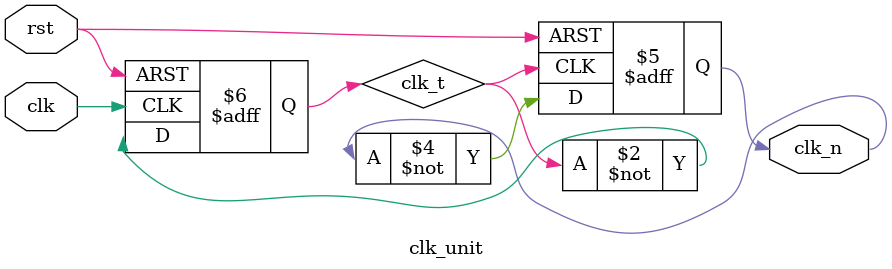
<source format=v>
module clk_unit(
	input clk,
	input rst,
	output reg clk_n
	);
	
 //  reg clk_n;
    reg clk_t;
   
    always @(posedge clk or posedge rst) begin
        if (rst)
            clk_t <= 0;
        else
            clk_t <= ~clk_t;
    end
     always @(posedge clk_t or posedge rst) begin
       if (rst)
        clk_n <= 0;
      else
        clk_n <= ~clk_n;
    end
    
endmodule
</source>
